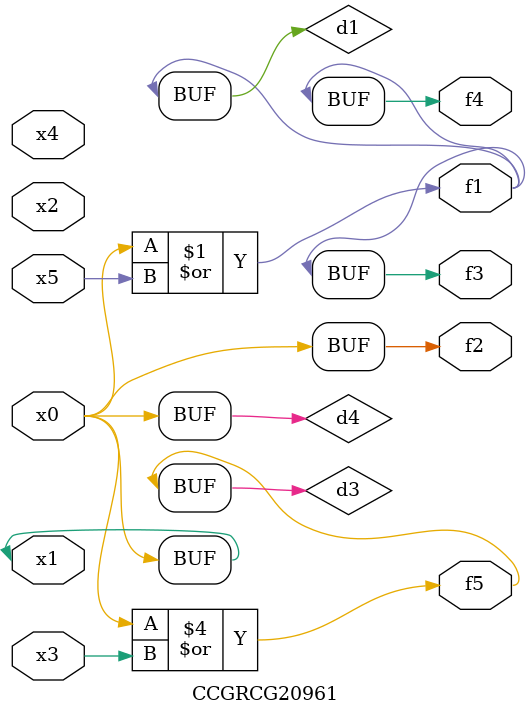
<source format=v>
module CCGRCG20961(
	input x0, x1, x2, x3, x4, x5,
	output f1, f2, f3, f4, f5
);

	wire d1, d2, d3, d4;

	or (d1, x0, x5);
	xnor (d2, x1, x4);
	or (d3, x0, x3);
	buf (d4, x0, x1);
	assign f1 = d1;
	assign f2 = d4;
	assign f3 = d1;
	assign f4 = d1;
	assign f5 = d3;
endmodule

</source>
